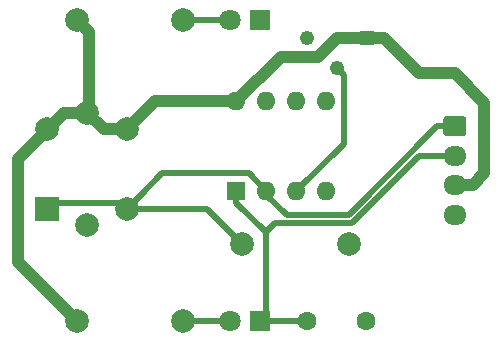
<source format=gbr>
G04 #@! TF.GenerationSoftware,KiCad,Pcbnew,(5.1.7)-1*
G04 #@! TF.CreationDate,2020-10-17T19:36:40+03:00*
G04 #@! TF.ProjectId,gas_sensor,6761735f-7365-46e7-936f-722e6b696361,rev?*
G04 #@! TF.SameCoordinates,Original*
G04 #@! TF.FileFunction,Copper,L1,Top*
G04 #@! TF.FilePolarity,Positive*
%FSLAX46Y46*%
G04 Gerber Fmt 4.6, Leading zero omitted, Abs format (unit mm)*
G04 Created by KiCad (PCBNEW (5.1.7)-1) date 2020-10-17 19:36:40*
%MOMM*%
%LPD*%
G01*
G04 APERTURE LIST*
G04 #@! TA.AperFunction,ComponentPad*
%ADD10C,2.000000*%
G04 #@! TD*
G04 #@! TA.AperFunction,ComponentPad*
%ADD11R,2.000000X2.000000*%
G04 #@! TD*
G04 #@! TA.AperFunction,ComponentPad*
%ADD12O,1.600000X1.600000*%
G04 #@! TD*
G04 #@! TA.AperFunction,ComponentPad*
%ADD13R,1.600000X1.600000*%
G04 #@! TD*
G04 #@! TA.AperFunction,ComponentPad*
%ADD14C,1.222000*%
G04 #@! TD*
G04 #@! TA.AperFunction,ComponentPad*
%ADD15R,1.222000X1.222000*%
G04 #@! TD*
G04 #@! TA.AperFunction,ComponentPad*
%ADD16O,1.950000X1.700000*%
G04 #@! TD*
G04 #@! TA.AperFunction,ComponentPad*
%ADD17R,1.800000X1.800000*%
G04 #@! TD*
G04 #@! TA.AperFunction,ComponentPad*
%ADD18C,1.800000*%
G04 #@! TD*
G04 #@! TA.AperFunction,ComponentPad*
%ADD19C,1.600000*%
G04 #@! TD*
G04 #@! TA.AperFunction,Conductor*
%ADD20C,0.500000*%
G04 #@! TD*
G04 #@! TA.AperFunction,Conductor*
%ADD21C,1.000000*%
G04 #@! TD*
G04 APERTURE END LIST*
D10*
X131500000Y-99780000D03*
X138220000Y-99780000D03*
X138220000Y-106500000D03*
D11*
X131500000Y-106500000D03*
D10*
X134860000Y-98390000D03*
X134860000Y-107890000D03*
D12*
X147500000Y-97380000D03*
X155120000Y-105000000D03*
X150040000Y-97380000D03*
X152580000Y-105000000D03*
X152580000Y-97380000D03*
X150040000Y-105000000D03*
X155120000Y-97380000D03*
D13*
X147500000Y-105000000D03*
D14*
X153460000Y-92000000D03*
X156000000Y-94540000D03*
D15*
X158540000Y-92000000D03*
D10*
X134000000Y-90500000D03*
X143000000Y-90500000D03*
X143000000Y-116000000D03*
X134000000Y-116000000D03*
X148000000Y-109500000D03*
X157000000Y-109500000D03*
D16*
X166000000Y-107000000D03*
X166000000Y-104500000D03*
X166000000Y-102000000D03*
G04 #@! TA.AperFunction,ComponentPad*
G36*
G01*
X165275000Y-98650000D02*
X166725000Y-98650000D01*
G75*
G02*
X166975000Y-98900000I0J-250000D01*
G01*
X166975000Y-100100000D01*
G75*
G02*
X166725000Y-100350000I-250000J0D01*
G01*
X165275000Y-100350000D01*
G75*
G02*
X165025000Y-100100000I0J250000D01*
G01*
X165025000Y-98900000D01*
G75*
G02*
X165275000Y-98650000I250000J0D01*
G01*
G37*
G04 #@! TD.AperFunction*
D17*
X149500000Y-90500000D03*
D18*
X146960000Y-90500000D03*
X146960000Y-116000000D03*
D17*
X149500000Y-116000000D03*
D19*
X158500000Y-116000000D03*
X153500000Y-116000000D03*
D20*
X149500000Y-116000000D02*
X153500000Y-116000000D01*
X150000000Y-115500000D02*
X149500000Y-116000000D01*
X147500000Y-105000000D02*
X147500000Y-106000000D01*
X147500000Y-106000000D02*
X150000000Y-108500000D01*
X150000000Y-108500000D02*
X150000000Y-110000000D01*
X150000000Y-110000000D02*
X150000000Y-115500000D01*
X163000000Y-102000000D02*
X166000000Y-102000000D01*
X157299990Y-107700010D02*
X163000000Y-102000000D01*
X150799990Y-107700010D02*
X157299990Y-107700010D01*
X150000000Y-108500000D02*
X150799990Y-107700010D01*
X143000000Y-116000000D02*
X146960000Y-116000000D01*
X143000000Y-90500000D02*
X146960000Y-90500000D01*
X137720000Y-106000000D02*
X138220000Y-106500000D01*
X131500000Y-106500000D02*
X132000000Y-106000000D01*
X132000000Y-106000000D02*
X137720000Y-106000000D01*
X145000000Y-106500000D02*
X148000000Y-109500000D01*
X138220000Y-106500000D02*
X145000000Y-106500000D01*
X139219999Y-105500001D02*
X138220000Y-106500000D01*
X141220000Y-103500000D02*
X139219999Y-105500001D01*
X150040000Y-105000000D02*
X148540000Y-103500000D01*
X148540000Y-103500000D02*
X141220000Y-103500000D01*
X151750000Y-107000000D02*
X150040000Y-105290000D01*
X150040000Y-105290000D02*
X150040000Y-105000000D01*
X156500000Y-107000000D02*
X157000000Y-107000000D01*
X156500000Y-107000000D02*
X151750000Y-107000000D01*
X164500000Y-99500000D02*
X166000000Y-99500000D01*
X157000000Y-107000000D02*
X164500000Y-99500000D01*
D21*
X135000000Y-98250000D02*
X134860000Y-98390000D01*
X134000000Y-90500000D02*
X135000000Y-91500000D01*
X135000000Y-91500000D02*
X135000000Y-98250000D01*
X136250000Y-99780000D02*
X138220000Y-99780000D01*
X134860000Y-98390000D02*
X136250000Y-99780000D01*
X140620000Y-97380000D02*
X147500000Y-97380000D01*
X138220000Y-99780000D02*
X140620000Y-97380000D01*
X156000000Y-92000000D02*
X158540000Y-92000000D01*
X154396001Y-93603999D02*
X156000000Y-92000000D01*
X147500000Y-97380000D02*
X151276001Y-93603999D01*
X151276001Y-93603999D02*
X154396001Y-93603999D01*
X130500000Y-112500000D02*
X134000000Y-116000000D01*
X129000000Y-111000000D02*
X130500000Y-112500000D01*
X129000000Y-102280000D02*
X129000000Y-111000000D01*
X134860000Y-98390000D02*
X132890000Y-98390000D01*
X132890000Y-98390000D02*
X129000000Y-102280000D01*
X158540000Y-92000000D02*
X160000000Y-92000000D01*
X160000000Y-92000000D02*
X163000000Y-95000000D01*
X163000000Y-95000000D02*
X166000000Y-95000000D01*
X166000000Y-95000000D02*
X168500000Y-97500000D01*
X168500000Y-97500000D02*
X168500000Y-103500000D01*
X167500000Y-104500000D02*
X166000000Y-104500000D01*
X168500000Y-103500000D02*
X167500000Y-104500000D01*
D20*
X156610999Y-95150999D02*
X156000000Y-94540000D01*
X152580000Y-105000000D02*
X156610999Y-100969001D01*
X156610999Y-100969001D02*
X156610999Y-95150999D01*
M02*

</source>
